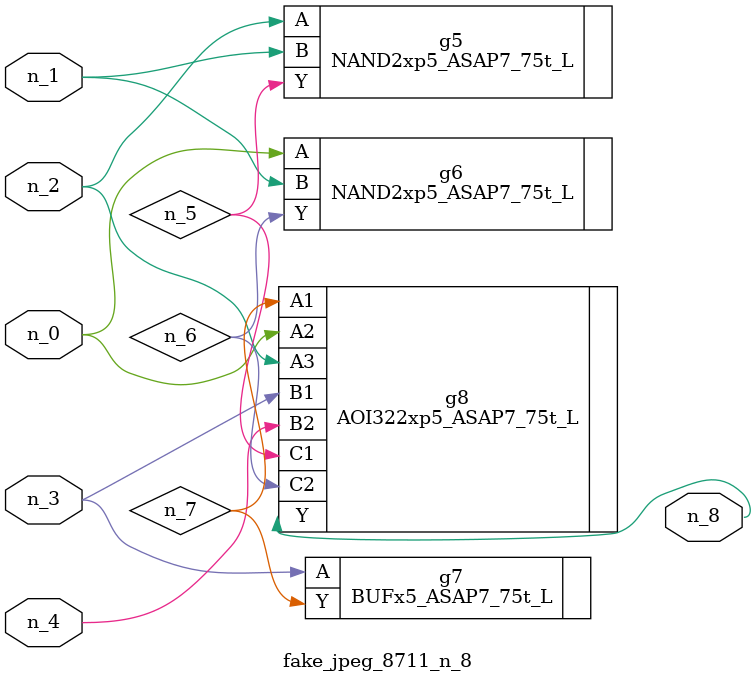
<source format=v>
module fake_jpeg_8711_n_8 (n_3, n_2, n_1, n_0, n_4, n_8);

input n_3;
input n_2;
input n_1;
input n_0;
input n_4;

output n_8;

wire n_6;
wire n_5;
wire n_7;

NAND2xp5_ASAP7_75t_L g5 ( 
.A(n_2),
.B(n_1),
.Y(n_5)
);

NAND2xp5_ASAP7_75t_L g6 ( 
.A(n_0),
.B(n_1),
.Y(n_6)
);

BUFx5_ASAP7_75t_L g7 ( 
.A(n_3),
.Y(n_7)
);

AOI322xp5_ASAP7_75t_L g8 ( 
.A1(n_7),
.A2(n_0),
.A3(n_2),
.B1(n_3),
.B2(n_4),
.C1(n_5),
.C2(n_6),
.Y(n_8)
);


endmodule
</source>
